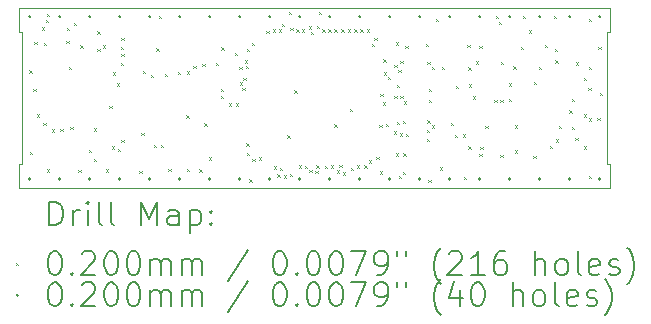
<source format=gbr>
%TF.GenerationSoftware,KiCad,Pcbnew,8.0.1-8.0.1-1~ubuntu22.04.1*%
%TF.CreationDate,2024-05-05T11:37:59-07:00*%
%TF.ProjectId,unic_gw1,756e6963-5f67-4773-912e-6b696361645f,1.0*%
%TF.SameCoordinates,Original*%
%TF.FileFunction,Drillmap*%
%TF.FilePolarity,Positive*%
%FSLAX45Y45*%
G04 Gerber Fmt 4.5, Leading zero omitted, Abs format (unit mm)*
G04 Created by KiCad (PCBNEW 8.0.1-8.0.1-1~ubuntu22.04.1) date 2024-05-05 11:37:59*
%MOMM*%
%LPD*%
G01*
G04 APERTURE LIST*
%ADD10C,0.100000*%
%ADD11C,0.200000*%
G04 APERTURE END LIST*
D10*
X8832150Y-5508000D02*
X3828350Y-5508000D01*
X8832150Y-5508000D02*
X8832150Y-5711200D01*
X3853750Y-6828800D02*
X3853750Y-5711200D01*
X3828350Y-5711200D02*
X3828350Y-5508000D01*
X3828350Y-7032000D02*
X3828350Y-6828800D01*
X3853750Y-5711200D02*
X3828350Y-5711200D01*
X8832150Y-5711200D02*
X8806750Y-5711200D01*
X8832150Y-7032000D02*
X8832150Y-6828800D01*
X3828350Y-6828800D02*
X3853750Y-6828800D01*
X8832150Y-7032000D02*
X3828350Y-7032000D01*
X8806750Y-6828800D02*
X8806750Y-5711200D01*
X8832150Y-6828800D02*
X8806750Y-6828800D01*
D11*
D10*
X3915963Y-6034787D02*
X3935963Y-6054787D01*
X3935963Y-6034787D02*
X3915963Y-6054787D01*
X3918750Y-6729000D02*
X3938750Y-6749000D01*
X3938750Y-6729000D02*
X3918750Y-6749000D01*
X3947750Y-6195000D02*
X3967750Y-6215000D01*
X3967750Y-6195000D02*
X3947750Y-6215000D01*
X3957750Y-5795876D02*
X3977750Y-5815876D01*
X3977750Y-5795876D02*
X3957750Y-5815876D01*
X3977750Y-6410000D02*
X3997750Y-6430000D01*
X3997750Y-6410000D02*
X3977750Y-6430000D01*
X4022750Y-5672000D02*
X4042750Y-5692000D01*
X4042750Y-5672000D02*
X4022750Y-5692000D01*
X4033859Y-6481109D02*
X4053859Y-6501109D01*
X4053859Y-6481109D02*
X4033859Y-6501109D01*
X4037750Y-5802550D02*
X4057750Y-5822550D01*
X4057750Y-5802550D02*
X4037750Y-5822550D01*
X4053088Y-5610338D02*
X4073088Y-5630338D01*
X4073088Y-5610338D02*
X4053088Y-5630338D01*
X4061750Y-5557000D02*
X4081750Y-5577000D01*
X4081750Y-5557000D02*
X4061750Y-5577000D01*
X4062750Y-6875000D02*
X4082750Y-6895000D01*
X4082750Y-6875000D02*
X4062750Y-6895000D01*
X4107750Y-6535000D02*
X4127750Y-6555000D01*
X4127750Y-6535000D02*
X4107750Y-6555000D01*
X4177750Y-6529950D02*
X4197750Y-6549950D01*
X4197750Y-6529950D02*
X4177750Y-6549950D01*
X4227750Y-5785000D02*
X4247750Y-5805000D01*
X4247750Y-5785000D02*
X4227750Y-5805000D01*
X4234697Y-5674013D02*
X4254697Y-5694013D01*
X4254697Y-5674013D02*
X4234697Y-5694013D01*
X4248199Y-6004049D02*
X4268199Y-6024049D01*
X4268199Y-6004049D02*
X4248199Y-6024049D01*
X4263612Y-6512793D02*
X4283612Y-6532793D01*
X4283612Y-6512793D02*
X4263612Y-6532793D01*
X4290750Y-5632999D02*
X4310750Y-5652999D01*
X4310750Y-5632999D02*
X4290750Y-5652999D01*
X4328750Y-6880000D02*
X4348750Y-6900000D01*
X4348750Y-6880000D02*
X4328750Y-6900000D01*
X4347750Y-5826050D02*
X4367750Y-5846050D01*
X4367750Y-5826050D02*
X4347750Y-5846050D01*
X4419750Y-6708000D02*
X4439750Y-6728000D01*
X4439750Y-6708000D02*
X4419750Y-6728000D01*
X4462200Y-6784000D02*
X4482200Y-6804000D01*
X4482200Y-6784000D02*
X4462200Y-6804000D01*
X4463118Y-6526921D02*
X4483118Y-6546921D01*
X4483118Y-6526921D02*
X4463118Y-6546921D01*
X4491450Y-5853600D02*
X4511450Y-5873600D01*
X4511450Y-5853600D02*
X4491450Y-5873600D01*
X4491700Y-5706517D02*
X4511700Y-5726517D01*
X4511700Y-5706517D02*
X4491700Y-5726517D01*
X4537750Y-5825000D02*
X4557750Y-5845000D01*
X4557750Y-5825000D02*
X4537750Y-5845000D01*
X4562750Y-6875000D02*
X4582750Y-6895000D01*
X4582750Y-6875000D02*
X4562750Y-6895000D01*
X4593050Y-6336200D02*
X4613050Y-6356200D01*
X4613050Y-6336200D02*
X4593050Y-6356200D01*
X4611844Y-6680906D02*
X4631844Y-6700906D01*
X4631844Y-6680906D02*
X4611844Y-6700906D01*
X4620624Y-6052126D02*
X4640624Y-6072126D01*
X4640624Y-6052126D02*
X4620624Y-6072126D01*
X4657750Y-6145000D02*
X4677750Y-6165000D01*
X4677750Y-6145000D02*
X4657750Y-6165000D01*
X4663483Y-6700732D02*
X4683483Y-6720732D01*
X4683483Y-6700732D02*
X4663483Y-6720732D01*
X4687750Y-5972000D02*
X4707750Y-5992000D01*
X4707750Y-5972000D02*
X4687750Y-5992000D01*
X4688750Y-5839000D02*
X4708750Y-5859000D01*
X4708750Y-5839000D02*
X4688750Y-5859000D01*
X4693250Y-5897500D02*
X4713250Y-5917500D01*
X4713250Y-5897500D02*
X4693250Y-5917500D01*
X4694200Y-5762000D02*
X4714200Y-5782000D01*
X4714200Y-5762000D02*
X4694200Y-5782000D01*
X4695200Y-6623000D02*
X4715200Y-6643000D01*
X4715200Y-6623000D02*
X4695200Y-6643000D01*
X4847750Y-6885000D02*
X4867750Y-6905000D01*
X4867750Y-6885000D02*
X4847750Y-6905000D01*
X4863300Y-6565000D02*
X4883300Y-6585000D01*
X4883300Y-6565000D02*
X4863300Y-6585000D01*
X4873750Y-6041000D02*
X4893750Y-6061000D01*
X4893750Y-6041000D02*
X4873750Y-6061000D01*
X4946488Y-6074950D02*
X4966488Y-6094950D01*
X4966488Y-6074950D02*
X4946488Y-6094950D01*
X4967750Y-6665577D02*
X4987750Y-6685577D01*
X4987750Y-6665577D02*
X4967750Y-6685577D01*
X4991200Y-5850354D02*
X5011200Y-5870354D01*
X5011200Y-5850354D02*
X4991200Y-5870354D01*
X5012750Y-5575146D02*
X5032750Y-5595146D01*
X5032750Y-5575146D02*
X5012750Y-5595146D01*
X5027320Y-6664570D02*
X5047320Y-6684570D01*
X5047320Y-6664570D02*
X5027320Y-6684570D01*
X5064143Y-6063607D02*
X5084143Y-6083607D01*
X5084143Y-6063607D02*
X5064143Y-6083607D01*
X5090750Y-6872000D02*
X5110750Y-6892000D01*
X5110750Y-6872000D02*
X5090750Y-6892000D01*
X5172750Y-6049000D02*
X5192750Y-6069000D01*
X5192750Y-6049000D02*
X5172750Y-6069000D01*
X5243750Y-6415902D02*
X5263750Y-6435902D01*
X5263750Y-6415902D02*
X5243750Y-6435902D01*
X5247750Y-6045000D02*
X5267750Y-6065000D01*
X5267750Y-6045000D02*
X5247750Y-6065000D01*
X5250634Y-6872001D02*
X5270634Y-6892001D01*
X5270634Y-6872001D02*
X5250634Y-6892001D01*
X5302750Y-6000000D02*
X5322750Y-6020000D01*
X5322750Y-6000000D02*
X5302750Y-6020000D01*
X5353750Y-6875000D02*
X5373750Y-6895000D01*
X5373750Y-6875000D02*
X5353750Y-6895000D01*
X5380450Y-5980600D02*
X5400450Y-6000600D01*
X5400450Y-5980600D02*
X5380450Y-6000600D01*
X5397750Y-6486000D02*
X5417750Y-6506000D01*
X5417750Y-6486000D02*
X5397750Y-6506000D01*
X5435750Y-6774050D02*
X5455750Y-6794050D01*
X5455750Y-6774050D02*
X5435750Y-6794050D01*
X5492836Y-5971159D02*
X5512836Y-5991159D01*
X5512836Y-5971159D02*
X5492836Y-5991159D01*
X5535751Y-6253001D02*
X5555751Y-6273001D01*
X5555751Y-6253001D02*
X5535751Y-6273001D01*
X5537750Y-6195000D02*
X5557750Y-6215000D01*
X5557750Y-6195000D02*
X5537750Y-6215000D01*
X5540800Y-5842710D02*
X5560800Y-5862710D01*
X5560800Y-5842710D02*
X5540800Y-5862710D01*
X5606750Y-6315000D02*
X5626750Y-6335000D01*
X5626750Y-6315000D02*
X5606750Y-6335000D01*
X5653750Y-5890000D02*
X5673750Y-5910000D01*
X5673750Y-5890000D02*
X5653750Y-5910000D01*
X5664750Y-6316000D02*
X5684750Y-6336000D01*
X5684750Y-6316000D02*
X5664750Y-6336000D01*
X5692750Y-6006000D02*
X5712750Y-6026000D01*
X5712750Y-6006000D02*
X5692750Y-6026000D01*
X5696352Y-6138530D02*
X5716352Y-6158530D01*
X5716352Y-6138530D02*
X5696352Y-6158530D01*
X5719800Y-6182786D02*
X5739800Y-6202786D01*
X5739800Y-6182786D02*
X5719800Y-6202786D01*
X5726312Y-6098562D02*
X5746312Y-6118562D01*
X5746312Y-6098562D02*
X5726312Y-6118562D01*
X5737371Y-5950998D02*
X5757371Y-5970998D01*
X5757371Y-5950998D02*
X5737371Y-5970998D01*
X5746538Y-6000100D02*
X5766538Y-6020100D01*
X5766538Y-6000100D02*
X5746538Y-6020100D01*
X5752700Y-6655050D02*
X5772700Y-6675050D01*
X5772700Y-6655050D02*
X5752700Y-6675050D01*
X5757700Y-5855050D02*
X5777700Y-5875050D01*
X5777700Y-5855050D02*
X5757700Y-5875050D01*
X5758750Y-6734000D02*
X5778750Y-6754000D01*
X5778750Y-6734000D02*
X5758750Y-6754000D01*
X5778750Y-6958500D02*
X5798750Y-6978500D01*
X5798750Y-6958500D02*
X5778750Y-6978500D01*
X5797806Y-5803630D02*
X5817806Y-5823630D01*
X5817806Y-5803630D02*
X5797806Y-5823630D01*
X5802392Y-6787135D02*
X5822392Y-6807135D01*
X5822392Y-6787135D02*
X5802392Y-6807135D01*
X5860750Y-6773000D02*
X5880750Y-6793000D01*
X5880750Y-6773000D02*
X5860750Y-6793000D01*
X5923049Y-5703950D02*
X5943049Y-5723950D01*
X5943049Y-5703950D02*
X5923049Y-5723950D01*
X5975350Y-5688500D02*
X5995350Y-5708500D01*
X5995350Y-5688500D02*
X5975350Y-5708500D01*
X5987007Y-6848532D02*
X6007007Y-6868532D01*
X6007007Y-6848532D02*
X5987007Y-6868532D01*
X6014200Y-6917000D02*
X6034200Y-6937000D01*
X6034200Y-6917000D02*
X6014200Y-6937000D01*
X6025300Y-5688500D02*
X6045300Y-5708500D01*
X6045300Y-5688500D02*
X6025300Y-5708500D01*
X6036215Y-6862465D02*
X6056215Y-6882465D01*
X6056215Y-6862465D02*
X6036215Y-6882465D01*
X6054128Y-5639973D02*
X6074128Y-5659973D01*
X6074128Y-5639973D02*
X6054128Y-5659973D01*
X6070887Y-6926718D02*
X6090887Y-6946718D01*
X6090887Y-6926718D02*
X6070887Y-6946718D01*
X6100750Y-6586000D02*
X6120750Y-6606000D01*
X6120750Y-6586000D02*
X6100750Y-6606000D01*
X6109750Y-5543000D02*
X6129750Y-5563000D01*
X6129750Y-5543000D02*
X6109750Y-5563000D01*
X6118300Y-6911000D02*
X6138300Y-6931000D01*
X6138300Y-6911000D02*
X6118300Y-6931000D01*
X6125750Y-5676000D02*
X6145750Y-5696000D01*
X6145750Y-5676000D02*
X6125750Y-5696000D01*
X6157750Y-6205000D02*
X6177750Y-6225000D01*
X6177750Y-6205000D02*
X6157750Y-6225000D01*
X6174999Y-5688500D02*
X6194999Y-5708500D01*
X6194999Y-5688500D02*
X6174999Y-5708500D01*
X6196750Y-6841000D02*
X6216750Y-6861000D01*
X6216750Y-6841000D02*
X6196750Y-6861000D01*
X6224949Y-5688500D02*
X6244949Y-5708500D01*
X6244949Y-5688500D02*
X6224949Y-5708500D01*
X6246442Y-6846071D02*
X6266442Y-6866071D01*
X6266442Y-6846071D02*
X6246442Y-6866071D01*
X6279618Y-5664510D02*
X6299618Y-5684510D01*
X6299618Y-5664510D02*
X6279618Y-5684510D01*
X6284618Y-6878283D02*
X6304618Y-6898283D01*
X6304618Y-6878283D02*
X6284618Y-6898283D01*
X6300250Y-5710000D02*
X6320250Y-5730000D01*
X6320250Y-5710000D02*
X6300250Y-5730000D01*
X6336896Y-6889486D02*
X6356896Y-6909486D01*
X6356896Y-6889486D02*
X6336896Y-6909486D01*
X6346234Y-6840417D02*
X6366234Y-6860417D01*
X6366234Y-6840417D02*
X6346234Y-6860417D01*
X6349972Y-5659795D02*
X6369972Y-5679795D01*
X6369972Y-5659795D02*
X6349972Y-5679795D01*
X6366750Y-5543000D02*
X6386750Y-5563000D01*
X6386750Y-5543000D02*
X6366750Y-5563000D01*
X6396450Y-5688500D02*
X6416450Y-5708500D01*
X6416450Y-5688500D02*
X6396450Y-5708500D01*
X6416135Y-6842762D02*
X6436135Y-6862762D01*
X6436135Y-6842762D02*
X6416135Y-6862762D01*
X6447250Y-5688500D02*
X6467250Y-5708500D01*
X6467250Y-5688500D02*
X6447250Y-5708500D01*
X6469750Y-6842050D02*
X6489750Y-6862050D01*
X6489750Y-6842050D02*
X6469750Y-6862050D01*
X6497750Y-6495000D02*
X6517750Y-6515000D01*
X6517750Y-6495000D02*
X6497750Y-6515000D01*
X6498900Y-5688500D02*
X6518900Y-5708500D01*
X6518900Y-5688500D02*
X6498900Y-5708500D01*
X6521204Y-6884329D02*
X6541204Y-6904329D01*
X6541204Y-6884329D02*
X6521204Y-6904329D01*
X6540876Y-6838415D02*
X6560876Y-6858415D01*
X6560876Y-6838415D02*
X6540876Y-6858415D01*
X6557750Y-5688499D02*
X6577750Y-5708499D01*
X6577750Y-5688499D02*
X6557750Y-5708499D01*
X6568426Y-6900612D02*
X6588426Y-6920612D01*
X6588426Y-6900612D02*
X6568426Y-6920612D01*
X6613750Y-5688499D02*
X6633750Y-5708499D01*
X6633750Y-5688499D02*
X6613750Y-5708499D01*
X6627750Y-6363000D02*
X6647750Y-6383000D01*
X6647750Y-6363000D02*
X6627750Y-6383000D01*
X6637581Y-6862002D02*
X6657581Y-6882002D01*
X6657581Y-6862002D02*
X6637581Y-6882002D01*
X6666750Y-5689000D02*
X6686750Y-5709000D01*
X6686750Y-5689000D02*
X6666750Y-5709000D01*
X6688550Y-6842050D02*
X6708550Y-6862050D01*
X6708550Y-6842050D02*
X6688550Y-6862050D01*
X6716700Y-5689000D02*
X6736700Y-5709000D01*
X6736700Y-5689000D02*
X6716700Y-5709000D01*
X6752050Y-6842050D02*
X6772050Y-6862050D01*
X6772050Y-6842050D02*
X6752050Y-6862050D01*
X6775410Y-5689087D02*
X6795410Y-5709087D01*
X6795410Y-5689087D02*
X6775410Y-5709087D01*
X6791953Y-6798950D02*
X6811953Y-6818950D01*
X6811953Y-6798950D02*
X6791953Y-6818950D01*
X6814750Y-5813000D02*
X6834750Y-5833000D01*
X6834750Y-5813000D02*
X6814750Y-5833000D01*
X6835750Y-5761000D02*
X6855750Y-5781000D01*
X6855750Y-5761000D02*
X6835750Y-5781000D01*
X6854750Y-6771000D02*
X6874750Y-6791000D01*
X6874750Y-6771000D02*
X6854750Y-6791000D01*
X6878751Y-6496050D02*
X6898751Y-6516050D01*
X6898751Y-6496050D02*
X6878751Y-6516050D01*
X6880339Y-6890999D02*
X6900339Y-6910999D01*
X6900339Y-6890999D02*
X6880339Y-6910999D01*
X6887750Y-6237392D02*
X6907750Y-6257392D01*
X6907750Y-6237392D02*
X6887750Y-6257392D01*
X6908522Y-6308244D02*
X6928522Y-6328244D01*
X6928522Y-6308244D02*
X6908522Y-6328244D01*
X6912352Y-5942101D02*
X6932352Y-5962101D01*
X6932352Y-5942101D02*
X6912352Y-5962101D01*
X6917963Y-6051906D02*
X6937963Y-6071906D01*
X6937963Y-6051906D02*
X6917963Y-6071906D01*
X6932986Y-6490236D02*
X6952986Y-6510236D01*
X6952986Y-6490236D02*
X6932986Y-6510236D01*
X6950980Y-6089388D02*
X6970980Y-6109388D01*
X6970980Y-6089388D02*
X6950980Y-6109388D01*
X7003546Y-6553545D02*
X7023546Y-6573545D01*
X7023546Y-6553545D02*
X7003546Y-6573545D01*
X7004530Y-6251780D02*
X7024530Y-6271780D01*
X7024530Y-6251780D02*
X7004530Y-6271780D01*
X7005750Y-5988950D02*
X7025750Y-6008950D01*
X7025750Y-5988950D02*
X7005750Y-6008950D01*
X7016750Y-6740050D02*
X7036750Y-6760050D01*
X7036750Y-6740050D02*
X7016750Y-6760050D01*
X7019750Y-5800000D02*
X7039750Y-5820000D01*
X7039750Y-5800000D02*
X7019750Y-5820000D01*
X7027750Y-6158854D02*
X7047750Y-6178854D01*
X7047750Y-6158854D02*
X7027750Y-6178854D01*
X7027750Y-6475000D02*
X7047750Y-6495000D01*
X7047750Y-6475000D02*
X7027750Y-6495000D01*
X7038909Y-6032450D02*
X7058909Y-6052450D01*
X7058909Y-6032450D02*
X7038909Y-6052450D01*
X7044750Y-6930000D02*
X7064750Y-6950000D01*
X7064750Y-6930000D02*
X7044750Y-6950000D01*
X7050750Y-6569881D02*
X7070750Y-6589881D01*
X7070750Y-6569881D02*
X7050750Y-6589881D01*
X7055750Y-5954000D02*
X7075750Y-5974000D01*
X7075750Y-5954000D02*
X7055750Y-5974000D01*
X7055788Y-6249950D02*
X7075788Y-6269950D01*
X7075788Y-6249950D02*
X7055788Y-6269950D01*
X7077750Y-6464050D02*
X7097750Y-6484050D01*
X7097750Y-6464050D02*
X7077750Y-6484050D01*
X7079563Y-6893760D02*
X7099563Y-6913760D01*
X7099563Y-6893760D02*
X7079563Y-6913760D01*
X7080695Y-6740050D02*
X7100695Y-6760050D01*
X7100695Y-6740050D02*
X7080695Y-6760050D01*
X7088001Y-6299950D02*
X7108001Y-6319950D01*
X7108001Y-6299950D02*
X7088001Y-6319950D01*
X7097537Y-5827213D02*
X7117537Y-5847213D01*
X7117537Y-5827213D02*
X7097537Y-5847213D01*
X7104287Y-6575463D02*
X7124287Y-6595463D01*
X7124287Y-6575463D02*
X7104287Y-6595463D01*
X7274750Y-5810000D02*
X7294750Y-5830000D01*
X7294750Y-5810000D02*
X7274750Y-5830000D01*
X7278250Y-6539500D02*
X7298250Y-6559500D01*
X7298250Y-6539500D02*
X7278250Y-6559500D01*
X7278750Y-6615000D02*
X7298750Y-6635000D01*
X7298750Y-6615000D02*
X7278750Y-6635000D01*
X7283750Y-6461000D02*
X7303750Y-6481000D01*
X7303750Y-6461000D02*
X7283750Y-6481000D01*
X7285250Y-5965500D02*
X7305250Y-5985500D01*
X7305250Y-5965500D02*
X7285250Y-5985500D01*
X7293750Y-6963000D02*
X7313750Y-6983000D01*
X7313750Y-6963000D02*
X7293750Y-6983000D01*
X7297750Y-6195000D02*
X7317750Y-6215000D01*
X7317750Y-6195000D02*
X7297750Y-6215000D01*
X7297750Y-6285950D02*
X7317750Y-6305950D01*
X7317750Y-6285950D02*
X7297750Y-6305950D01*
X7320750Y-6501000D02*
X7340750Y-6521000D01*
X7340750Y-6501000D02*
X7320750Y-6521000D01*
X7325750Y-6009000D02*
X7345750Y-6029000D01*
X7345750Y-6009000D02*
X7325750Y-6029000D01*
X7354750Y-5602000D02*
X7374750Y-5622000D01*
X7374750Y-5602000D02*
X7354750Y-5622000D01*
X7390750Y-6858000D02*
X7410750Y-6878000D01*
X7410750Y-6858000D02*
X7390750Y-6878000D01*
X7407750Y-6005000D02*
X7427750Y-6025000D01*
X7427750Y-6005000D02*
X7407750Y-6025000D01*
X7485750Y-6483000D02*
X7505750Y-6503000D01*
X7505750Y-6483000D02*
X7485750Y-6503000D01*
X7517750Y-6585000D02*
X7537750Y-6605000D01*
X7537750Y-6585000D02*
X7517750Y-6605000D01*
X7527750Y-6165000D02*
X7547750Y-6185000D01*
X7547750Y-6165000D02*
X7527750Y-6185000D01*
X7585750Y-6576998D02*
X7605750Y-6596998D01*
X7605750Y-6576998D02*
X7585750Y-6596998D01*
X7594750Y-6936000D02*
X7614750Y-6956000D01*
X7614750Y-6936000D02*
X7594750Y-6956000D01*
X7623105Y-5820355D02*
X7643105Y-5840355D01*
X7643105Y-5820355D02*
X7623105Y-5840355D01*
X7631750Y-6680000D02*
X7651750Y-6700000D01*
X7651750Y-6680000D02*
X7631750Y-6700000D01*
X7632750Y-6010000D02*
X7652750Y-6030000D01*
X7652750Y-6010000D02*
X7632750Y-6030000D01*
X7637750Y-6155000D02*
X7657750Y-6175000D01*
X7657750Y-6155000D02*
X7637750Y-6175000D01*
X7667750Y-6255000D02*
X7687750Y-6275000D01*
X7687750Y-6255000D02*
X7667750Y-6275000D01*
X7693238Y-5961062D02*
X7713238Y-5981062D01*
X7713238Y-5961062D02*
X7693238Y-5981062D01*
X7724750Y-5831000D02*
X7744750Y-5851000D01*
X7744750Y-5831000D02*
X7724750Y-5851000D01*
X7725750Y-6742000D02*
X7745750Y-6762000D01*
X7745750Y-6742000D02*
X7725750Y-6762000D01*
X7732250Y-6682500D02*
X7752250Y-6702500D01*
X7752250Y-6682500D02*
X7732250Y-6702500D01*
X7774750Y-6507098D02*
X7794750Y-6527098D01*
X7794750Y-6507098D02*
X7774750Y-6527098D01*
X7852750Y-6284498D02*
X7872750Y-6304498D01*
X7872750Y-6284498D02*
X7852750Y-6304498D01*
X7867250Y-5573000D02*
X7887250Y-5593000D01*
X7887250Y-5573000D02*
X7867250Y-5593000D01*
X7887750Y-5625000D02*
X7907750Y-5645000D01*
X7907750Y-5625000D02*
X7887750Y-5645000D01*
X7902211Y-6750223D02*
X7922211Y-6770223D01*
X7922211Y-6750223D02*
X7902211Y-6770223D01*
X7902750Y-6284498D02*
X7922750Y-6304498D01*
X7922750Y-6284498D02*
X7902750Y-6304498D01*
X7908250Y-5964500D02*
X7928250Y-5984500D01*
X7928250Y-5964500D02*
X7908250Y-5984500D01*
X7977750Y-6145000D02*
X7997750Y-6165000D01*
X7997750Y-6145000D02*
X7977750Y-6165000D01*
X7977750Y-6275000D02*
X7997750Y-6295000D01*
X7997750Y-6275000D02*
X7977750Y-6295000D01*
X8013750Y-6001000D02*
X8033750Y-6021000D01*
X8033750Y-6001000D02*
X8013750Y-6021000D01*
X8025750Y-6503000D02*
X8045750Y-6523000D01*
X8045750Y-6503000D02*
X8025750Y-6523000D01*
X8025750Y-6714950D02*
X8045750Y-6734950D01*
X8045750Y-6714950D02*
X8025750Y-6734950D01*
X8077750Y-5835000D02*
X8097750Y-5855000D01*
X8097750Y-5835000D02*
X8077750Y-5855000D01*
X8092750Y-5576000D02*
X8112750Y-5596000D01*
X8112750Y-5576000D02*
X8092750Y-5596000D01*
X8145231Y-5698101D02*
X8165231Y-5718101D01*
X8165231Y-5698101D02*
X8145231Y-5718101D01*
X8182750Y-6758241D02*
X8202750Y-6778241D01*
X8202750Y-6758241D02*
X8182750Y-6778241D01*
X8187750Y-6135000D02*
X8207750Y-6155000D01*
X8207750Y-6135000D02*
X8187750Y-6155000D01*
X8227750Y-6005000D02*
X8247750Y-6025000D01*
X8247750Y-6005000D02*
X8227750Y-6025000D01*
X8280750Y-5822000D02*
X8300750Y-5842000D01*
X8300750Y-5822000D02*
X8280750Y-5842000D01*
X8321750Y-6674000D02*
X8341750Y-6694000D01*
X8341750Y-6674000D02*
X8321750Y-6694000D01*
X8357750Y-5577000D02*
X8377750Y-5597000D01*
X8377750Y-5577000D02*
X8357750Y-5597000D01*
X8364750Y-5852000D02*
X8384750Y-5872000D01*
X8384750Y-5852000D02*
X8364750Y-5872000D01*
X8367750Y-5951000D02*
X8387750Y-5971000D01*
X8387750Y-5951000D02*
X8367750Y-5971000D01*
X8371200Y-6622000D02*
X8391200Y-6642000D01*
X8391200Y-6622000D02*
X8371200Y-6642000D01*
X8399750Y-6507000D02*
X8419750Y-6527000D01*
X8419750Y-6507000D02*
X8399750Y-6527000D01*
X8487750Y-6374050D02*
X8507750Y-6394050D01*
X8507750Y-6374050D02*
X8487750Y-6394050D01*
X8507750Y-6275000D02*
X8527750Y-6295000D01*
X8527750Y-6275000D02*
X8507750Y-6295000D01*
X8509750Y-6516000D02*
X8529750Y-6536000D01*
X8529750Y-6516000D02*
X8509750Y-6536000D01*
X8538750Y-6606000D02*
X8558750Y-6626000D01*
X8558750Y-6606000D02*
X8538750Y-6626000D01*
X8542250Y-5968500D02*
X8562250Y-5988500D01*
X8562250Y-5968500D02*
X8542250Y-5988500D01*
X8607750Y-6099500D02*
X8627750Y-6119500D01*
X8627750Y-6099500D02*
X8607750Y-6119500D01*
X8611084Y-6681000D02*
X8631084Y-6701000D01*
X8631084Y-6681000D02*
X8611084Y-6701000D01*
X8612750Y-6409050D02*
X8632750Y-6429050D01*
X8632750Y-6409050D02*
X8612750Y-6429050D01*
X8647750Y-6185000D02*
X8667750Y-6205000D01*
X8667750Y-6185000D02*
X8647750Y-6205000D01*
X8650750Y-6004000D02*
X8670750Y-6024000D01*
X8670750Y-6004000D02*
X8650750Y-6024000D01*
X8651750Y-5598000D02*
X8671750Y-5618000D01*
X8671750Y-5598000D02*
X8651750Y-5618000D01*
X8653750Y-6929000D02*
X8673750Y-6949000D01*
X8673750Y-6929000D02*
X8653750Y-6949000D01*
X8654750Y-6444000D02*
X8674750Y-6464000D01*
X8674750Y-6444000D02*
X8654750Y-6464000D01*
X8724800Y-6440000D02*
X8744800Y-6460000D01*
X8744800Y-6440000D02*
X8724800Y-6460000D01*
X8731750Y-5840000D02*
X8751750Y-5860000D01*
X8751750Y-5840000D02*
X8731750Y-5860000D01*
X8743750Y-6229000D02*
X8763750Y-6249000D01*
X8763750Y-6229000D02*
X8743750Y-6249000D01*
X3927250Y-5583000D02*
G75*
G02*
X3907250Y-5583000I-10000J0D01*
G01*
X3907250Y-5583000D02*
G75*
G02*
X3927250Y-5583000I10000J0D01*
G01*
X3927250Y-6957000D02*
G75*
G02*
X3907250Y-6957000I-10000J0D01*
G01*
X3907250Y-6957000D02*
G75*
G02*
X3927250Y-6957000I10000J0D01*
G01*
X4181250Y-5583000D02*
G75*
G02*
X4161250Y-5583000I-10000J0D01*
G01*
X4161250Y-5583000D02*
G75*
G02*
X4181250Y-5583000I10000J0D01*
G01*
X4181250Y-6957000D02*
G75*
G02*
X4161250Y-6957000I-10000J0D01*
G01*
X4161250Y-6957000D02*
G75*
G02*
X4181250Y-6957000I10000J0D01*
G01*
X4435250Y-5583000D02*
G75*
G02*
X4415250Y-5583000I-10000J0D01*
G01*
X4415250Y-5583000D02*
G75*
G02*
X4435250Y-5583000I10000J0D01*
G01*
X4435250Y-6957000D02*
G75*
G02*
X4415250Y-6957000I-10000J0D01*
G01*
X4415250Y-6957000D02*
G75*
G02*
X4435250Y-6957000I10000J0D01*
G01*
X4689250Y-5583000D02*
G75*
G02*
X4669250Y-5583000I-10000J0D01*
G01*
X4669250Y-5583000D02*
G75*
G02*
X4689250Y-5583000I10000J0D01*
G01*
X4689250Y-6957000D02*
G75*
G02*
X4669250Y-6957000I-10000J0D01*
G01*
X4669250Y-6957000D02*
G75*
G02*
X4689250Y-6957000I10000J0D01*
G01*
X4943250Y-5583000D02*
G75*
G02*
X4923250Y-5583000I-10000J0D01*
G01*
X4923250Y-5583000D02*
G75*
G02*
X4943250Y-5583000I10000J0D01*
G01*
X4943250Y-6957000D02*
G75*
G02*
X4923250Y-6957000I-10000J0D01*
G01*
X4923250Y-6957000D02*
G75*
G02*
X4943250Y-6957000I10000J0D01*
G01*
X5197250Y-5583000D02*
G75*
G02*
X5177250Y-5583000I-10000J0D01*
G01*
X5177250Y-5583000D02*
G75*
G02*
X5197250Y-5583000I10000J0D01*
G01*
X5197250Y-6957000D02*
G75*
G02*
X5177250Y-6957000I-10000J0D01*
G01*
X5177250Y-6957000D02*
G75*
G02*
X5197250Y-6957000I10000J0D01*
G01*
X5451250Y-5583000D02*
G75*
G02*
X5431250Y-5583000I-10000J0D01*
G01*
X5431250Y-5583000D02*
G75*
G02*
X5451250Y-5583000I10000J0D01*
G01*
X5451250Y-6957000D02*
G75*
G02*
X5431250Y-6957000I-10000J0D01*
G01*
X5431250Y-6957000D02*
G75*
G02*
X5451250Y-6957000I10000J0D01*
G01*
X5705250Y-5583000D02*
G75*
G02*
X5685250Y-5583000I-10000J0D01*
G01*
X5685250Y-5583000D02*
G75*
G02*
X5705250Y-5583000I10000J0D01*
G01*
X5705250Y-6957000D02*
G75*
G02*
X5685250Y-6957000I-10000J0D01*
G01*
X5685250Y-6957000D02*
G75*
G02*
X5705250Y-6957000I10000J0D01*
G01*
X5959250Y-5583000D02*
G75*
G02*
X5939250Y-5583000I-10000J0D01*
G01*
X5939250Y-5583000D02*
G75*
G02*
X5959250Y-5583000I10000J0D01*
G01*
X5959250Y-6957000D02*
G75*
G02*
X5939250Y-6957000I-10000J0D01*
G01*
X5939250Y-6957000D02*
G75*
G02*
X5959250Y-6957000I10000J0D01*
G01*
X6213250Y-5583000D02*
G75*
G02*
X6193250Y-5583000I-10000J0D01*
G01*
X6193250Y-5583000D02*
G75*
G02*
X6213250Y-5583000I10000J0D01*
G01*
X6213250Y-6957000D02*
G75*
G02*
X6193250Y-6957000I-10000J0D01*
G01*
X6193250Y-6957000D02*
G75*
G02*
X6213250Y-6957000I10000J0D01*
G01*
X6467250Y-5583000D02*
G75*
G02*
X6447250Y-5583000I-10000J0D01*
G01*
X6447250Y-5583000D02*
G75*
G02*
X6467250Y-5583000I10000J0D01*
G01*
X6467250Y-6957000D02*
G75*
G02*
X6447250Y-6957000I-10000J0D01*
G01*
X6447250Y-6957000D02*
G75*
G02*
X6467250Y-6957000I10000J0D01*
G01*
X6721250Y-5583000D02*
G75*
G02*
X6701250Y-5583000I-10000J0D01*
G01*
X6701250Y-5583000D02*
G75*
G02*
X6721250Y-5583000I10000J0D01*
G01*
X6721250Y-6957000D02*
G75*
G02*
X6701250Y-6957000I-10000J0D01*
G01*
X6701250Y-6957000D02*
G75*
G02*
X6721250Y-6957000I10000J0D01*
G01*
X6975250Y-5583000D02*
G75*
G02*
X6955250Y-5583000I-10000J0D01*
G01*
X6955250Y-5583000D02*
G75*
G02*
X6975250Y-5583000I10000J0D01*
G01*
X6975250Y-6957000D02*
G75*
G02*
X6955250Y-6957000I-10000J0D01*
G01*
X6955250Y-6957000D02*
G75*
G02*
X6975250Y-6957000I10000J0D01*
G01*
X7229250Y-5583000D02*
G75*
G02*
X7209250Y-5583000I-10000J0D01*
G01*
X7209250Y-5583000D02*
G75*
G02*
X7229250Y-5583000I10000J0D01*
G01*
X7229250Y-6957000D02*
G75*
G02*
X7209250Y-6957000I-10000J0D01*
G01*
X7209250Y-6957000D02*
G75*
G02*
X7229250Y-6957000I10000J0D01*
G01*
X7483250Y-5583000D02*
G75*
G02*
X7463250Y-5583000I-10000J0D01*
G01*
X7463250Y-5583000D02*
G75*
G02*
X7483250Y-5583000I10000J0D01*
G01*
X7483250Y-6957000D02*
G75*
G02*
X7463250Y-6957000I-10000J0D01*
G01*
X7463250Y-6957000D02*
G75*
G02*
X7483250Y-6957000I10000J0D01*
G01*
X7737250Y-5583000D02*
G75*
G02*
X7717250Y-5583000I-10000J0D01*
G01*
X7717250Y-5583000D02*
G75*
G02*
X7737250Y-5583000I10000J0D01*
G01*
X7737250Y-6957000D02*
G75*
G02*
X7717250Y-6957000I-10000J0D01*
G01*
X7717250Y-6957000D02*
G75*
G02*
X7737250Y-6957000I10000J0D01*
G01*
X7991250Y-5583000D02*
G75*
G02*
X7971250Y-5583000I-10000J0D01*
G01*
X7971250Y-5583000D02*
G75*
G02*
X7991250Y-5583000I10000J0D01*
G01*
X7991250Y-6957000D02*
G75*
G02*
X7971250Y-6957000I-10000J0D01*
G01*
X7971250Y-6957000D02*
G75*
G02*
X7991250Y-6957000I10000J0D01*
G01*
X8245250Y-5583000D02*
G75*
G02*
X8225250Y-5583000I-10000J0D01*
G01*
X8225250Y-5583000D02*
G75*
G02*
X8245250Y-5583000I10000J0D01*
G01*
X8245250Y-6957000D02*
G75*
G02*
X8225250Y-6957000I-10000J0D01*
G01*
X8225250Y-6957000D02*
G75*
G02*
X8245250Y-6957000I10000J0D01*
G01*
X8499250Y-5583000D02*
G75*
G02*
X8479250Y-5583000I-10000J0D01*
G01*
X8479250Y-5583000D02*
G75*
G02*
X8499250Y-5583000I10000J0D01*
G01*
X8499250Y-6957000D02*
G75*
G02*
X8479250Y-6957000I-10000J0D01*
G01*
X8479250Y-6957000D02*
G75*
G02*
X8499250Y-6957000I10000J0D01*
G01*
X8753250Y-5583000D02*
G75*
G02*
X8733250Y-5583000I-10000J0D01*
G01*
X8733250Y-5583000D02*
G75*
G02*
X8753250Y-5583000I10000J0D01*
G01*
X8753250Y-6957000D02*
G75*
G02*
X8733250Y-6957000I-10000J0D01*
G01*
X8733250Y-6957000D02*
G75*
G02*
X8753250Y-6957000I10000J0D01*
G01*
D11*
X4084127Y-7348484D02*
X4084127Y-7148484D01*
X4084127Y-7148484D02*
X4131746Y-7148484D01*
X4131746Y-7148484D02*
X4160317Y-7158008D01*
X4160317Y-7158008D02*
X4179365Y-7177055D01*
X4179365Y-7177055D02*
X4188889Y-7196103D01*
X4188889Y-7196103D02*
X4198413Y-7234198D01*
X4198413Y-7234198D02*
X4198413Y-7262769D01*
X4198413Y-7262769D02*
X4188889Y-7300865D01*
X4188889Y-7300865D02*
X4179365Y-7319912D01*
X4179365Y-7319912D02*
X4160317Y-7338960D01*
X4160317Y-7338960D02*
X4131746Y-7348484D01*
X4131746Y-7348484D02*
X4084127Y-7348484D01*
X4284127Y-7348484D02*
X4284127Y-7215150D01*
X4284127Y-7253246D02*
X4293651Y-7234198D01*
X4293651Y-7234198D02*
X4303174Y-7224674D01*
X4303174Y-7224674D02*
X4322222Y-7215150D01*
X4322222Y-7215150D02*
X4341270Y-7215150D01*
X4407936Y-7348484D02*
X4407936Y-7215150D01*
X4407936Y-7148484D02*
X4398413Y-7158008D01*
X4398413Y-7158008D02*
X4407936Y-7167531D01*
X4407936Y-7167531D02*
X4417460Y-7158008D01*
X4417460Y-7158008D02*
X4407936Y-7148484D01*
X4407936Y-7148484D02*
X4407936Y-7167531D01*
X4531746Y-7348484D02*
X4512698Y-7338960D01*
X4512698Y-7338960D02*
X4503174Y-7319912D01*
X4503174Y-7319912D02*
X4503174Y-7148484D01*
X4636508Y-7348484D02*
X4617460Y-7338960D01*
X4617460Y-7338960D02*
X4607936Y-7319912D01*
X4607936Y-7319912D02*
X4607936Y-7148484D01*
X4865079Y-7348484D02*
X4865079Y-7148484D01*
X4865079Y-7148484D02*
X4931746Y-7291341D01*
X4931746Y-7291341D02*
X4998413Y-7148484D01*
X4998413Y-7148484D02*
X4998413Y-7348484D01*
X5179365Y-7348484D02*
X5179365Y-7243722D01*
X5179365Y-7243722D02*
X5169841Y-7224674D01*
X5169841Y-7224674D02*
X5150794Y-7215150D01*
X5150794Y-7215150D02*
X5112698Y-7215150D01*
X5112698Y-7215150D02*
X5093651Y-7224674D01*
X5179365Y-7338960D02*
X5160317Y-7348484D01*
X5160317Y-7348484D02*
X5112698Y-7348484D01*
X5112698Y-7348484D02*
X5093651Y-7338960D01*
X5093651Y-7338960D02*
X5084127Y-7319912D01*
X5084127Y-7319912D02*
X5084127Y-7300865D01*
X5084127Y-7300865D02*
X5093651Y-7281817D01*
X5093651Y-7281817D02*
X5112698Y-7272293D01*
X5112698Y-7272293D02*
X5160317Y-7272293D01*
X5160317Y-7272293D02*
X5179365Y-7262769D01*
X5274603Y-7215150D02*
X5274603Y-7415150D01*
X5274603Y-7224674D02*
X5293651Y-7215150D01*
X5293651Y-7215150D02*
X5331746Y-7215150D01*
X5331746Y-7215150D02*
X5350794Y-7224674D01*
X5350794Y-7224674D02*
X5360317Y-7234198D01*
X5360317Y-7234198D02*
X5369841Y-7253246D01*
X5369841Y-7253246D02*
X5369841Y-7310388D01*
X5369841Y-7310388D02*
X5360317Y-7329436D01*
X5360317Y-7329436D02*
X5350794Y-7338960D01*
X5350794Y-7338960D02*
X5331746Y-7348484D01*
X5331746Y-7348484D02*
X5293651Y-7348484D01*
X5293651Y-7348484D02*
X5274603Y-7338960D01*
X5455555Y-7329436D02*
X5465079Y-7338960D01*
X5465079Y-7338960D02*
X5455555Y-7348484D01*
X5455555Y-7348484D02*
X5446032Y-7338960D01*
X5446032Y-7338960D02*
X5455555Y-7329436D01*
X5455555Y-7329436D02*
X5455555Y-7348484D01*
X5455555Y-7224674D02*
X5465079Y-7234198D01*
X5465079Y-7234198D02*
X5455555Y-7243722D01*
X5455555Y-7243722D02*
X5446032Y-7234198D01*
X5446032Y-7234198D02*
X5455555Y-7224674D01*
X5455555Y-7224674D02*
X5455555Y-7243722D01*
D10*
X3803350Y-7667000D02*
X3823350Y-7687000D01*
X3823350Y-7667000D02*
X3803350Y-7687000D01*
D11*
X4122222Y-7568484D02*
X4141270Y-7568484D01*
X4141270Y-7568484D02*
X4160317Y-7578008D01*
X4160317Y-7578008D02*
X4169841Y-7587531D01*
X4169841Y-7587531D02*
X4179365Y-7606579D01*
X4179365Y-7606579D02*
X4188889Y-7644674D01*
X4188889Y-7644674D02*
X4188889Y-7692293D01*
X4188889Y-7692293D02*
X4179365Y-7730388D01*
X4179365Y-7730388D02*
X4169841Y-7749436D01*
X4169841Y-7749436D02*
X4160317Y-7758960D01*
X4160317Y-7758960D02*
X4141270Y-7768484D01*
X4141270Y-7768484D02*
X4122222Y-7768484D01*
X4122222Y-7768484D02*
X4103174Y-7758960D01*
X4103174Y-7758960D02*
X4093651Y-7749436D01*
X4093651Y-7749436D02*
X4084127Y-7730388D01*
X4084127Y-7730388D02*
X4074603Y-7692293D01*
X4074603Y-7692293D02*
X4074603Y-7644674D01*
X4074603Y-7644674D02*
X4084127Y-7606579D01*
X4084127Y-7606579D02*
X4093651Y-7587531D01*
X4093651Y-7587531D02*
X4103174Y-7578008D01*
X4103174Y-7578008D02*
X4122222Y-7568484D01*
X4274603Y-7749436D02*
X4284127Y-7758960D01*
X4284127Y-7758960D02*
X4274603Y-7768484D01*
X4274603Y-7768484D02*
X4265079Y-7758960D01*
X4265079Y-7758960D02*
X4274603Y-7749436D01*
X4274603Y-7749436D02*
X4274603Y-7768484D01*
X4360317Y-7587531D02*
X4369841Y-7578008D01*
X4369841Y-7578008D02*
X4388889Y-7568484D01*
X4388889Y-7568484D02*
X4436508Y-7568484D01*
X4436508Y-7568484D02*
X4455555Y-7578008D01*
X4455555Y-7578008D02*
X4465079Y-7587531D01*
X4465079Y-7587531D02*
X4474603Y-7606579D01*
X4474603Y-7606579D02*
X4474603Y-7625627D01*
X4474603Y-7625627D02*
X4465079Y-7654198D01*
X4465079Y-7654198D02*
X4350794Y-7768484D01*
X4350794Y-7768484D02*
X4474603Y-7768484D01*
X4598413Y-7568484D02*
X4617460Y-7568484D01*
X4617460Y-7568484D02*
X4636508Y-7578008D01*
X4636508Y-7578008D02*
X4646032Y-7587531D01*
X4646032Y-7587531D02*
X4655555Y-7606579D01*
X4655555Y-7606579D02*
X4665079Y-7644674D01*
X4665079Y-7644674D02*
X4665079Y-7692293D01*
X4665079Y-7692293D02*
X4655555Y-7730388D01*
X4655555Y-7730388D02*
X4646032Y-7749436D01*
X4646032Y-7749436D02*
X4636508Y-7758960D01*
X4636508Y-7758960D02*
X4617460Y-7768484D01*
X4617460Y-7768484D02*
X4598413Y-7768484D01*
X4598413Y-7768484D02*
X4579365Y-7758960D01*
X4579365Y-7758960D02*
X4569841Y-7749436D01*
X4569841Y-7749436D02*
X4560317Y-7730388D01*
X4560317Y-7730388D02*
X4550794Y-7692293D01*
X4550794Y-7692293D02*
X4550794Y-7644674D01*
X4550794Y-7644674D02*
X4560317Y-7606579D01*
X4560317Y-7606579D02*
X4569841Y-7587531D01*
X4569841Y-7587531D02*
X4579365Y-7578008D01*
X4579365Y-7578008D02*
X4598413Y-7568484D01*
X4788889Y-7568484D02*
X4807936Y-7568484D01*
X4807936Y-7568484D02*
X4826984Y-7578008D01*
X4826984Y-7578008D02*
X4836508Y-7587531D01*
X4836508Y-7587531D02*
X4846032Y-7606579D01*
X4846032Y-7606579D02*
X4855555Y-7644674D01*
X4855555Y-7644674D02*
X4855555Y-7692293D01*
X4855555Y-7692293D02*
X4846032Y-7730388D01*
X4846032Y-7730388D02*
X4836508Y-7749436D01*
X4836508Y-7749436D02*
X4826984Y-7758960D01*
X4826984Y-7758960D02*
X4807936Y-7768484D01*
X4807936Y-7768484D02*
X4788889Y-7768484D01*
X4788889Y-7768484D02*
X4769841Y-7758960D01*
X4769841Y-7758960D02*
X4760317Y-7749436D01*
X4760317Y-7749436D02*
X4750794Y-7730388D01*
X4750794Y-7730388D02*
X4741270Y-7692293D01*
X4741270Y-7692293D02*
X4741270Y-7644674D01*
X4741270Y-7644674D02*
X4750794Y-7606579D01*
X4750794Y-7606579D02*
X4760317Y-7587531D01*
X4760317Y-7587531D02*
X4769841Y-7578008D01*
X4769841Y-7578008D02*
X4788889Y-7568484D01*
X4941270Y-7768484D02*
X4941270Y-7635150D01*
X4941270Y-7654198D02*
X4950794Y-7644674D01*
X4950794Y-7644674D02*
X4969841Y-7635150D01*
X4969841Y-7635150D02*
X4998413Y-7635150D01*
X4998413Y-7635150D02*
X5017460Y-7644674D01*
X5017460Y-7644674D02*
X5026984Y-7663722D01*
X5026984Y-7663722D02*
X5026984Y-7768484D01*
X5026984Y-7663722D02*
X5036508Y-7644674D01*
X5036508Y-7644674D02*
X5055555Y-7635150D01*
X5055555Y-7635150D02*
X5084127Y-7635150D01*
X5084127Y-7635150D02*
X5103175Y-7644674D01*
X5103175Y-7644674D02*
X5112698Y-7663722D01*
X5112698Y-7663722D02*
X5112698Y-7768484D01*
X5207936Y-7768484D02*
X5207936Y-7635150D01*
X5207936Y-7654198D02*
X5217460Y-7644674D01*
X5217460Y-7644674D02*
X5236508Y-7635150D01*
X5236508Y-7635150D02*
X5265079Y-7635150D01*
X5265079Y-7635150D02*
X5284127Y-7644674D01*
X5284127Y-7644674D02*
X5293651Y-7663722D01*
X5293651Y-7663722D02*
X5293651Y-7768484D01*
X5293651Y-7663722D02*
X5303175Y-7644674D01*
X5303175Y-7644674D02*
X5322222Y-7635150D01*
X5322222Y-7635150D02*
X5350794Y-7635150D01*
X5350794Y-7635150D02*
X5369841Y-7644674D01*
X5369841Y-7644674D02*
X5379365Y-7663722D01*
X5379365Y-7663722D02*
X5379365Y-7768484D01*
X5769841Y-7558960D02*
X5598413Y-7816103D01*
X6026984Y-7568484D02*
X6046032Y-7568484D01*
X6046032Y-7568484D02*
X6065079Y-7578008D01*
X6065079Y-7578008D02*
X6074603Y-7587531D01*
X6074603Y-7587531D02*
X6084127Y-7606579D01*
X6084127Y-7606579D02*
X6093651Y-7644674D01*
X6093651Y-7644674D02*
X6093651Y-7692293D01*
X6093651Y-7692293D02*
X6084127Y-7730388D01*
X6084127Y-7730388D02*
X6074603Y-7749436D01*
X6074603Y-7749436D02*
X6065079Y-7758960D01*
X6065079Y-7758960D02*
X6046032Y-7768484D01*
X6046032Y-7768484D02*
X6026984Y-7768484D01*
X6026984Y-7768484D02*
X6007936Y-7758960D01*
X6007936Y-7758960D02*
X5998413Y-7749436D01*
X5998413Y-7749436D02*
X5988889Y-7730388D01*
X5988889Y-7730388D02*
X5979365Y-7692293D01*
X5979365Y-7692293D02*
X5979365Y-7644674D01*
X5979365Y-7644674D02*
X5988889Y-7606579D01*
X5988889Y-7606579D02*
X5998413Y-7587531D01*
X5998413Y-7587531D02*
X6007936Y-7578008D01*
X6007936Y-7578008D02*
X6026984Y-7568484D01*
X6179365Y-7749436D02*
X6188889Y-7758960D01*
X6188889Y-7758960D02*
X6179365Y-7768484D01*
X6179365Y-7768484D02*
X6169841Y-7758960D01*
X6169841Y-7758960D02*
X6179365Y-7749436D01*
X6179365Y-7749436D02*
X6179365Y-7768484D01*
X6312698Y-7568484D02*
X6331746Y-7568484D01*
X6331746Y-7568484D02*
X6350794Y-7578008D01*
X6350794Y-7578008D02*
X6360317Y-7587531D01*
X6360317Y-7587531D02*
X6369841Y-7606579D01*
X6369841Y-7606579D02*
X6379365Y-7644674D01*
X6379365Y-7644674D02*
X6379365Y-7692293D01*
X6379365Y-7692293D02*
X6369841Y-7730388D01*
X6369841Y-7730388D02*
X6360317Y-7749436D01*
X6360317Y-7749436D02*
X6350794Y-7758960D01*
X6350794Y-7758960D02*
X6331746Y-7768484D01*
X6331746Y-7768484D02*
X6312698Y-7768484D01*
X6312698Y-7768484D02*
X6293651Y-7758960D01*
X6293651Y-7758960D02*
X6284127Y-7749436D01*
X6284127Y-7749436D02*
X6274603Y-7730388D01*
X6274603Y-7730388D02*
X6265079Y-7692293D01*
X6265079Y-7692293D02*
X6265079Y-7644674D01*
X6265079Y-7644674D02*
X6274603Y-7606579D01*
X6274603Y-7606579D02*
X6284127Y-7587531D01*
X6284127Y-7587531D02*
X6293651Y-7578008D01*
X6293651Y-7578008D02*
X6312698Y-7568484D01*
X6503175Y-7568484D02*
X6522222Y-7568484D01*
X6522222Y-7568484D02*
X6541270Y-7578008D01*
X6541270Y-7578008D02*
X6550794Y-7587531D01*
X6550794Y-7587531D02*
X6560317Y-7606579D01*
X6560317Y-7606579D02*
X6569841Y-7644674D01*
X6569841Y-7644674D02*
X6569841Y-7692293D01*
X6569841Y-7692293D02*
X6560317Y-7730388D01*
X6560317Y-7730388D02*
X6550794Y-7749436D01*
X6550794Y-7749436D02*
X6541270Y-7758960D01*
X6541270Y-7758960D02*
X6522222Y-7768484D01*
X6522222Y-7768484D02*
X6503175Y-7768484D01*
X6503175Y-7768484D02*
X6484127Y-7758960D01*
X6484127Y-7758960D02*
X6474603Y-7749436D01*
X6474603Y-7749436D02*
X6465079Y-7730388D01*
X6465079Y-7730388D02*
X6455556Y-7692293D01*
X6455556Y-7692293D02*
X6455556Y-7644674D01*
X6455556Y-7644674D02*
X6465079Y-7606579D01*
X6465079Y-7606579D02*
X6474603Y-7587531D01*
X6474603Y-7587531D02*
X6484127Y-7578008D01*
X6484127Y-7578008D02*
X6503175Y-7568484D01*
X6636508Y-7568484D02*
X6769841Y-7568484D01*
X6769841Y-7568484D02*
X6684127Y-7768484D01*
X6855556Y-7768484D02*
X6893651Y-7768484D01*
X6893651Y-7768484D02*
X6912698Y-7758960D01*
X6912698Y-7758960D02*
X6922222Y-7749436D01*
X6922222Y-7749436D02*
X6941270Y-7720865D01*
X6941270Y-7720865D02*
X6950794Y-7682769D01*
X6950794Y-7682769D02*
X6950794Y-7606579D01*
X6950794Y-7606579D02*
X6941270Y-7587531D01*
X6941270Y-7587531D02*
X6931746Y-7578008D01*
X6931746Y-7578008D02*
X6912698Y-7568484D01*
X6912698Y-7568484D02*
X6874603Y-7568484D01*
X6874603Y-7568484D02*
X6855556Y-7578008D01*
X6855556Y-7578008D02*
X6846032Y-7587531D01*
X6846032Y-7587531D02*
X6836508Y-7606579D01*
X6836508Y-7606579D02*
X6836508Y-7654198D01*
X6836508Y-7654198D02*
X6846032Y-7673246D01*
X6846032Y-7673246D02*
X6855556Y-7682769D01*
X6855556Y-7682769D02*
X6874603Y-7692293D01*
X6874603Y-7692293D02*
X6912698Y-7692293D01*
X6912698Y-7692293D02*
X6931746Y-7682769D01*
X6931746Y-7682769D02*
X6941270Y-7673246D01*
X6941270Y-7673246D02*
X6950794Y-7654198D01*
X7026984Y-7568484D02*
X7026984Y-7606579D01*
X7103175Y-7568484D02*
X7103175Y-7606579D01*
X7398413Y-7844674D02*
X7388889Y-7835150D01*
X7388889Y-7835150D02*
X7369841Y-7806579D01*
X7369841Y-7806579D02*
X7360318Y-7787531D01*
X7360318Y-7787531D02*
X7350794Y-7758960D01*
X7350794Y-7758960D02*
X7341270Y-7711341D01*
X7341270Y-7711341D02*
X7341270Y-7673246D01*
X7341270Y-7673246D02*
X7350794Y-7625627D01*
X7350794Y-7625627D02*
X7360318Y-7597055D01*
X7360318Y-7597055D02*
X7369841Y-7578008D01*
X7369841Y-7578008D02*
X7388889Y-7549436D01*
X7388889Y-7549436D02*
X7398413Y-7539912D01*
X7465079Y-7587531D02*
X7474603Y-7578008D01*
X7474603Y-7578008D02*
X7493651Y-7568484D01*
X7493651Y-7568484D02*
X7541270Y-7568484D01*
X7541270Y-7568484D02*
X7560318Y-7578008D01*
X7560318Y-7578008D02*
X7569841Y-7587531D01*
X7569841Y-7587531D02*
X7579365Y-7606579D01*
X7579365Y-7606579D02*
X7579365Y-7625627D01*
X7579365Y-7625627D02*
X7569841Y-7654198D01*
X7569841Y-7654198D02*
X7455556Y-7768484D01*
X7455556Y-7768484D02*
X7579365Y-7768484D01*
X7769841Y-7768484D02*
X7655556Y-7768484D01*
X7712698Y-7768484D02*
X7712698Y-7568484D01*
X7712698Y-7568484D02*
X7693651Y-7597055D01*
X7693651Y-7597055D02*
X7674603Y-7616103D01*
X7674603Y-7616103D02*
X7655556Y-7625627D01*
X7941270Y-7568484D02*
X7903175Y-7568484D01*
X7903175Y-7568484D02*
X7884127Y-7578008D01*
X7884127Y-7578008D02*
X7874603Y-7587531D01*
X7874603Y-7587531D02*
X7855556Y-7616103D01*
X7855556Y-7616103D02*
X7846032Y-7654198D01*
X7846032Y-7654198D02*
X7846032Y-7730388D01*
X7846032Y-7730388D02*
X7855556Y-7749436D01*
X7855556Y-7749436D02*
X7865079Y-7758960D01*
X7865079Y-7758960D02*
X7884127Y-7768484D01*
X7884127Y-7768484D02*
X7922222Y-7768484D01*
X7922222Y-7768484D02*
X7941270Y-7758960D01*
X7941270Y-7758960D02*
X7950794Y-7749436D01*
X7950794Y-7749436D02*
X7960318Y-7730388D01*
X7960318Y-7730388D02*
X7960318Y-7682769D01*
X7960318Y-7682769D02*
X7950794Y-7663722D01*
X7950794Y-7663722D02*
X7941270Y-7654198D01*
X7941270Y-7654198D02*
X7922222Y-7644674D01*
X7922222Y-7644674D02*
X7884127Y-7644674D01*
X7884127Y-7644674D02*
X7865079Y-7654198D01*
X7865079Y-7654198D02*
X7855556Y-7663722D01*
X7855556Y-7663722D02*
X7846032Y-7682769D01*
X8198413Y-7768484D02*
X8198413Y-7568484D01*
X8284127Y-7768484D02*
X8284127Y-7663722D01*
X8284127Y-7663722D02*
X8274603Y-7644674D01*
X8274603Y-7644674D02*
X8255556Y-7635150D01*
X8255556Y-7635150D02*
X8226984Y-7635150D01*
X8226984Y-7635150D02*
X8207937Y-7644674D01*
X8207937Y-7644674D02*
X8198413Y-7654198D01*
X8407937Y-7768484D02*
X8388889Y-7758960D01*
X8388889Y-7758960D02*
X8379365Y-7749436D01*
X8379365Y-7749436D02*
X8369841Y-7730388D01*
X8369841Y-7730388D02*
X8369841Y-7673246D01*
X8369841Y-7673246D02*
X8379365Y-7654198D01*
X8379365Y-7654198D02*
X8388889Y-7644674D01*
X8388889Y-7644674D02*
X8407937Y-7635150D01*
X8407937Y-7635150D02*
X8436508Y-7635150D01*
X8436508Y-7635150D02*
X8455556Y-7644674D01*
X8455556Y-7644674D02*
X8465080Y-7654198D01*
X8465080Y-7654198D02*
X8474603Y-7673246D01*
X8474603Y-7673246D02*
X8474603Y-7730388D01*
X8474603Y-7730388D02*
X8465080Y-7749436D01*
X8465080Y-7749436D02*
X8455556Y-7758960D01*
X8455556Y-7758960D02*
X8436508Y-7768484D01*
X8436508Y-7768484D02*
X8407937Y-7768484D01*
X8588889Y-7768484D02*
X8569842Y-7758960D01*
X8569842Y-7758960D02*
X8560318Y-7739912D01*
X8560318Y-7739912D02*
X8560318Y-7568484D01*
X8741270Y-7758960D02*
X8722223Y-7768484D01*
X8722223Y-7768484D02*
X8684127Y-7768484D01*
X8684127Y-7768484D02*
X8665080Y-7758960D01*
X8665080Y-7758960D02*
X8655556Y-7739912D01*
X8655556Y-7739912D02*
X8655556Y-7663722D01*
X8655556Y-7663722D02*
X8665080Y-7644674D01*
X8665080Y-7644674D02*
X8684127Y-7635150D01*
X8684127Y-7635150D02*
X8722223Y-7635150D01*
X8722223Y-7635150D02*
X8741270Y-7644674D01*
X8741270Y-7644674D02*
X8750794Y-7663722D01*
X8750794Y-7663722D02*
X8750794Y-7682769D01*
X8750794Y-7682769D02*
X8655556Y-7701817D01*
X8826984Y-7758960D02*
X8846032Y-7768484D01*
X8846032Y-7768484D02*
X8884127Y-7768484D01*
X8884127Y-7768484D02*
X8903175Y-7758960D01*
X8903175Y-7758960D02*
X8912699Y-7739912D01*
X8912699Y-7739912D02*
X8912699Y-7730388D01*
X8912699Y-7730388D02*
X8903175Y-7711341D01*
X8903175Y-7711341D02*
X8884127Y-7701817D01*
X8884127Y-7701817D02*
X8855556Y-7701817D01*
X8855556Y-7701817D02*
X8836508Y-7692293D01*
X8836508Y-7692293D02*
X8826984Y-7673246D01*
X8826984Y-7673246D02*
X8826984Y-7663722D01*
X8826984Y-7663722D02*
X8836508Y-7644674D01*
X8836508Y-7644674D02*
X8855556Y-7635150D01*
X8855556Y-7635150D02*
X8884127Y-7635150D01*
X8884127Y-7635150D02*
X8903175Y-7644674D01*
X8979365Y-7844674D02*
X8988889Y-7835150D01*
X8988889Y-7835150D02*
X9007937Y-7806579D01*
X9007937Y-7806579D02*
X9017461Y-7787531D01*
X9017461Y-7787531D02*
X9026984Y-7758960D01*
X9026984Y-7758960D02*
X9036508Y-7711341D01*
X9036508Y-7711341D02*
X9036508Y-7673246D01*
X9036508Y-7673246D02*
X9026984Y-7625627D01*
X9026984Y-7625627D02*
X9017461Y-7597055D01*
X9017461Y-7597055D02*
X9007937Y-7578008D01*
X9007937Y-7578008D02*
X8988889Y-7549436D01*
X8988889Y-7549436D02*
X8979365Y-7539912D01*
D10*
X3823350Y-7941000D02*
G75*
G02*
X3803350Y-7941000I-10000J0D01*
G01*
X3803350Y-7941000D02*
G75*
G02*
X3823350Y-7941000I10000J0D01*
G01*
D11*
X4122222Y-7832484D02*
X4141270Y-7832484D01*
X4141270Y-7832484D02*
X4160317Y-7842008D01*
X4160317Y-7842008D02*
X4169841Y-7851531D01*
X4169841Y-7851531D02*
X4179365Y-7870579D01*
X4179365Y-7870579D02*
X4188889Y-7908674D01*
X4188889Y-7908674D02*
X4188889Y-7956293D01*
X4188889Y-7956293D02*
X4179365Y-7994388D01*
X4179365Y-7994388D02*
X4169841Y-8013436D01*
X4169841Y-8013436D02*
X4160317Y-8022960D01*
X4160317Y-8022960D02*
X4141270Y-8032484D01*
X4141270Y-8032484D02*
X4122222Y-8032484D01*
X4122222Y-8032484D02*
X4103174Y-8022960D01*
X4103174Y-8022960D02*
X4093651Y-8013436D01*
X4093651Y-8013436D02*
X4084127Y-7994388D01*
X4084127Y-7994388D02*
X4074603Y-7956293D01*
X4074603Y-7956293D02*
X4074603Y-7908674D01*
X4074603Y-7908674D02*
X4084127Y-7870579D01*
X4084127Y-7870579D02*
X4093651Y-7851531D01*
X4093651Y-7851531D02*
X4103174Y-7842008D01*
X4103174Y-7842008D02*
X4122222Y-7832484D01*
X4274603Y-8013436D02*
X4284127Y-8022960D01*
X4284127Y-8022960D02*
X4274603Y-8032484D01*
X4274603Y-8032484D02*
X4265079Y-8022960D01*
X4265079Y-8022960D02*
X4274603Y-8013436D01*
X4274603Y-8013436D02*
X4274603Y-8032484D01*
X4360317Y-7851531D02*
X4369841Y-7842008D01*
X4369841Y-7842008D02*
X4388889Y-7832484D01*
X4388889Y-7832484D02*
X4436508Y-7832484D01*
X4436508Y-7832484D02*
X4455555Y-7842008D01*
X4455555Y-7842008D02*
X4465079Y-7851531D01*
X4465079Y-7851531D02*
X4474603Y-7870579D01*
X4474603Y-7870579D02*
X4474603Y-7889627D01*
X4474603Y-7889627D02*
X4465079Y-7918198D01*
X4465079Y-7918198D02*
X4350794Y-8032484D01*
X4350794Y-8032484D02*
X4474603Y-8032484D01*
X4598413Y-7832484D02*
X4617460Y-7832484D01*
X4617460Y-7832484D02*
X4636508Y-7842008D01*
X4636508Y-7842008D02*
X4646032Y-7851531D01*
X4646032Y-7851531D02*
X4655555Y-7870579D01*
X4655555Y-7870579D02*
X4665079Y-7908674D01*
X4665079Y-7908674D02*
X4665079Y-7956293D01*
X4665079Y-7956293D02*
X4655555Y-7994388D01*
X4655555Y-7994388D02*
X4646032Y-8013436D01*
X4646032Y-8013436D02*
X4636508Y-8022960D01*
X4636508Y-8022960D02*
X4617460Y-8032484D01*
X4617460Y-8032484D02*
X4598413Y-8032484D01*
X4598413Y-8032484D02*
X4579365Y-8022960D01*
X4579365Y-8022960D02*
X4569841Y-8013436D01*
X4569841Y-8013436D02*
X4560317Y-7994388D01*
X4560317Y-7994388D02*
X4550794Y-7956293D01*
X4550794Y-7956293D02*
X4550794Y-7908674D01*
X4550794Y-7908674D02*
X4560317Y-7870579D01*
X4560317Y-7870579D02*
X4569841Y-7851531D01*
X4569841Y-7851531D02*
X4579365Y-7842008D01*
X4579365Y-7842008D02*
X4598413Y-7832484D01*
X4788889Y-7832484D02*
X4807936Y-7832484D01*
X4807936Y-7832484D02*
X4826984Y-7842008D01*
X4826984Y-7842008D02*
X4836508Y-7851531D01*
X4836508Y-7851531D02*
X4846032Y-7870579D01*
X4846032Y-7870579D02*
X4855555Y-7908674D01*
X4855555Y-7908674D02*
X4855555Y-7956293D01*
X4855555Y-7956293D02*
X4846032Y-7994388D01*
X4846032Y-7994388D02*
X4836508Y-8013436D01*
X4836508Y-8013436D02*
X4826984Y-8022960D01*
X4826984Y-8022960D02*
X4807936Y-8032484D01*
X4807936Y-8032484D02*
X4788889Y-8032484D01*
X4788889Y-8032484D02*
X4769841Y-8022960D01*
X4769841Y-8022960D02*
X4760317Y-8013436D01*
X4760317Y-8013436D02*
X4750794Y-7994388D01*
X4750794Y-7994388D02*
X4741270Y-7956293D01*
X4741270Y-7956293D02*
X4741270Y-7908674D01*
X4741270Y-7908674D02*
X4750794Y-7870579D01*
X4750794Y-7870579D02*
X4760317Y-7851531D01*
X4760317Y-7851531D02*
X4769841Y-7842008D01*
X4769841Y-7842008D02*
X4788889Y-7832484D01*
X4941270Y-8032484D02*
X4941270Y-7899150D01*
X4941270Y-7918198D02*
X4950794Y-7908674D01*
X4950794Y-7908674D02*
X4969841Y-7899150D01*
X4969841Y-7899150D02*
X4998413Y-7899150D01*
X4998413Y-7899150D02*
X5017460Y-7908674D01*
X5017460Y-7908674D02*
X5026984Y-7927722D01*
X5026984Y-7927722D02*
X5026984Y-8032484D01*
X5026984Y-7927722D02*
X5036508Y-7908674D01*
X5036508Y-7908674D02*
X5055555Y-7899150D01*
X5055555Y-7899150D02*
X5084127Y-7899150D01*
X5084127Y-7899150D02*
X5103175Y-7908674D01*
X5103175Y-7908674D02*
X5112698Y-7927722D01*
X5112698Y-7927722D02*
X5112698Y-8032484D01*
X5207936Y-8032484D02*
X5207936Y-7899150D01*
X5207936Y-7918198D02*
X5217460Y-7908674D01*
X5217460Y-7908674D02*
X5236508Y-7899150D01*
X5236508Y-7899150D02*
X5265079Y-7899150D01*
X5265079Y-7899150D02*
X5284127Y-7908674D01*
X5284127Y-7908674D02*
X5293651Y-7927722D01*
X5293651Y-7927722D02*
X5293651Y-8032484D01*
X5293651Y-7927722D02*
X5303175Y-7908674D01*
X5303175Y-7908674D02*
X5322222Y-7899150D01*
X5322222Y-7899150D02*
X5350794Y-7899150D01*
X5350794Y-7899150D02*
X5369841Y-7908674D01*
X5369841Y-7908674D02*
X5379365Y-7927722D01*
X5379365Y-7927722D02*
X5379365Y-8032484D01*
X5769841Y-7822960D02*
X5598413Y-8080103D01*
X6026984Y-7832484D02*
X6046032Y-7832484D01*
X6046032Y-7832484D02*
X6065079Y-7842008D01*
X6065079Y-7842008D02*
X6074603Y-7851531D01*
X6074603Y-7851531D02*
X6084127Y-7870579D01*
X6084127Y-7870579D02*
X6093651Y-7908674D01*
X6093651Y-7908674D02*
X6093651Y-7956293D01*
X6093651Y-7956293D02*
X6084127Y-7994388D01*
X6084127Y-7994388D02*
X6074603Y-8013436D01*
X6074603Y-8013436D02*
X6065079Y-8022960D01*
X6065079Y-8022960D02*
X6046032Y-8032484D01*
X6046032Y-8032484D02*
X6026984Y-8032484D01*
X6026984Y-8032484D02*
X6007936Y-8022960D01*
X6007936Y-8022960D02*
X5998413Y-8013436D01*
X5998413Y-8013436D02*
X5988889Y-7994388D01*
X5988889Y-7994388D02*
X5979365Y-7956293D01*
X5979365Y-7956293D02*
X5979365Y-7908674D01*
X5979365Y-7908674D02*
X5988889Y-7870579D01*
X5988889Y-7870579D02*
X5998413Y-7851531D01*
X5998413Y-7851531D02*
X6007936Y-7842008D01*
X6007936Y-7842008D02*
X6026984Y-7832484D01*
X6179365Y-8013436D02*
X6188889Y-8022960D01*
X6188889Y-8022960D02*
X6179365Y-8032484D01*
X6179365Y-8032484D02*
X6169841Y-8022960D01*
X6169841Y-8022960D02*
X6179365Y-8013436D01*
X6179365Y-8013436D02*
X6179365Y-8032484D01*
X6312698Y-7832484D02*
X6331746Y-7832484D01*
X6331746Y-7832484D02*
X6350794Y-7842008D01*
X6350794Y-7842008D02*
X6360317Y-7851531D01*
X6360317Y-7851531D02*
X6369841Y-7870579D01*
X6369841Y-7870579D02*
X6379365Y-7908674D01*
X6379365Y-7908674D02*
X6379365Y-7956293D01*
X6379365Y-7956293D02*
X6369841Y-7994388D01*
X6369841Y-7994388D02*
X6360317Y-8013436D01*
X6360317Y-8013436D02*
X6350794Y-8022960D01*
X6350794Y-8022960D02*
X6331746Y-8032484D01*
X6331746Y-8032484D02*
X6312698Y-8032484D01*
X6312698Y-8032484D02*
X6293651Y-8022960D01*
X6293651Y-8022960D02*
X6284127Y-8013436D01*
X6284127Y-8013436D02*
X6274603Y-7994388D01*
X6274603Y-7994388D02*
X6265079Y-7956293D01*
X6265079Y-7956293D02*
X6265079Y-7908674D01*
X6265079Y-7908674D02*
X6274603Y-7870579D01*
X6274603Y-7870579D02*
X6284127Y-7851531D01*
X6284127Y-7851531D02*
X6293651Y-7842008D01*
X6293651Y-7842008D02*
X6312698Y-7832484D01*
X6503175Y-7832484D02*
X6522222Y-7832484D01*
X6522222Y-7832484D02*
X6541270Y-7842008D01*
X6541270Y-7842008D02*
X6550794Y-7851531D01*
X6550794Y-7851531D02*
X6560317Y-7870579D01*
X6560317Y-7870579D02*
X6569841Y-7908674D01*
X6569841Y-7908674D02*
X6569841Y-7956293D01*
X6569841Y-7956293D02*
X6560317Y-7994388D01*
X6560317Y-7994388D02*
X6550794Y-8013436D01*
X6550794Y-8013436D02*
X6541270Y-8022960D01*
X6541270Y-8022960D02*
X6522222Y-8032484D01*
X6522222Y-8032484D02*
X6503175Y-8032484D01*
X6503175Y-8032484D02*
X6484127Y-8022960D01*
X6484127Y-8022960D02*
X6474603Y-8013436D01*
X6474603Y-8013436D02*
X6465079Y-7994388D01*
X6465079Y-7994388D02*
X6455556Y-7956293D01*
X6455556Y-7956293D02*
X6455556Y-7908674D01*
X6455556Y-7908674D02*
X6465079Y-7870579D01*
X6465079Y-7870579D02*
X6474603Y-7851531D01*
X6474603Y-7851531D02*
X6484127Y-7842008D01*
X6484127Y-7842008D02*
X6503175Y-7832484D01*
X6636508Y-7832484D02*
X6769841Y-7832484D01*
X6769841Y-7832484D02*
X6684127Y-8032484D01*
X6855556Y-8032484D02*
X6893651Y-8032484D01*
X6893651Y-8032484D02*
X6912698Y-8022960D01*
X6912698Y-8022960D02*
X6922222Y-8013436D01*
X6922222Y-8013436D02*
X6941270Y-7984865D01*
X6941270Y-7984865D02*
X6950794Y-7946769D01*
X6950794Y-7946769D02*
X6950794Y-7870579D01*
X6950794Y-7870579D02*
X6941270Y-7851531D01*
X6941270Y-7851531D02*
X6931746Y-7842008D01*
X6931746Y-7842008D02*
X6912698Y-7832484D01*
X6912698Y-7832484D02*
X6874603Y-7832484D01*
X6874603Y-7832484D02*
X6855556Y-7842008D01*
X6855556Y-7842008D02*
X6846032Y-7851531D01*
X6846032Y-7851531D02*
X6836508Y-7870579D01*
X6836508Y-7870579D02*
X6836508Y-7918198D01*
X6836508Y-7918198D02*
X6846032Y-7937246D01*
X6846032Y-7937246D02*
X6855556Y-7946769D01*
X6855556Y-7946769D02*
X6874603Y-7956293D01*
X6874603Y-7956293D02*
X6912698Y-7956293D01*
X6912698Y-7956293D02*
X6931746Y-7946769D01*
X6931746Y-7946769D02*
X6941270Y-7937246D01*
X6941270Y-7937246D02*
X6950794Y-7918198D01*
X7026984Y-7832484D02*
X7026984Y-7870579D01*
X7103175Y-7832484D02*
X7103175Y-7870579D01*
X7398413Y-8108674D02*
X7388889Y-8099150D01*
X7388889Y-8099150D02*
X7369841Y-8070579D01*
X7369841Y-8070579D02*
X7360318Y-8051531D01*
X7360318Y-8051531D02*
X7350794Y-8022960D01*
X7350794Y-8022960D02*
X7341270Y-7975341D01*
X7341270Y-7975341D02*
X7341270Y-7937246D01*
X7341270Y-7937246D02*
X7350794Y-7889627D01*
X7350794Y-7889627D02*
X7360318Y-7861055D01*
X7360318Y-7861055D02*
X7369841Y-7842008D01*
X7369841Y-7842008D02*
X7388889Y-7813436D01*
X7388889Y-7813436D02*
X7398413Y-7803912D01*
X7560318Y-7899150D02*
X7560318Y-8032484D01*
X7512698Y-7822960D02*
X7465079Y-7965817D01*
X7465079Y-7965817D02*
X7588889Y-7965817D01*
X7703175Y-7832484D02*
X7722222Y-7832484D01*
X7722222Y-7832484D02*
X7741270Y-7842008D01*
X7741270Y-7842008D02*
X7750794Y-7851531D01*
X7750794Y-7851531D02*
X7760318Y-7870579D01*
X7760318Y-7870579D02*
X7769841Y-7908674D01*
X7769841Y-7908674D02*
X7769841Y-7956293D01*
X7769841Y-7956293D02*
X7760318Y-7994388D01*
X7760318Y-7994388D02*
X7750794Y-8013436D01*
X7750794Y-8013436D02*
X7741270Y-8022960D01*
X7741270Y-8022960D02*
X7722222Y-8032484D01*
X7722222Y-8032484D02*
X7703175Y-8032484D01*
X7703175Y-8032484D02*
X7684127Y-8022960D01*
X7684127Y-8022960D02*
X7674603Y-8013436D01*
X7674603Y-8013436D02*
X7665079Y-7994388D01*
X7665079Y-7994388D02*
X7655556Y-7956293D01*
X7655556Y-7956293D02*
X7655556Y-7908674D01*
X7655556Y-7908674D02*
X7665079Y-7870579D01*
X7665079Y-7870579D02*
X7674603Y-7851531D01*
X7674603Y-7851531D02*
X7684127Y-7842008D01*
X7684127Y-7842008D02*
X7703175Y-7832484D01*
X8007937Y-8032484D02*
X8007937Y-7832484D01*
X8093651Y-8032484D02*
X8093651Y-7927722D01*
X8093651Y-7927722D02*
X8084127Y-7908674D01*
X8084127Y-7908674D02*
X8065080Y-7899150D01*
X8065080Y-7899150D02*
X8036508Y-7899150D01*
X8036508Y-7899150D02*
X8017460Y-7908674D01*
X8017460Y-7908674D02*
X8007937Y-7918198D01*
X8217460Y-8032484D02*
X8198413Y-8022960D01*
X8198413Y-8022960D02*
X8188889Y-8013436D01*
X8188889Y-8013436D02*
X8179365Y-7994388D01*
X8179365Y-7994388D02*
X8179365Y-7937246D01*
X8179365Y-7937246D02*
X8188889Y-7918198D01*
X8188889Y-7918198D02*
X8198413Y-7908674D01*
X8198413Y-7908674D02*
X8217460Y-7899150D01*
X8217460Y-7899150D02*
X8246032Y-7899150D01*
X8246032Y-7899150D02*
X8265080Y-7908674D01*
X8265080Y-7908674D02*
X8274603Y-7918198D01*
X8274603Y-7918198D02*
X8284127Y-7937246D01*
X8284127Y-7937246D02*
X8284127Y-7994388D01*
X8284127Y-7994388D02*
X8274603Y-8013436D01*
X8274603Y-8013436D02*
X8265080Y-8022960D01*
X8265080Y-8022960D02*
X8246032Y-8032484D01*
X8246032Y-8032484D02*
X8217460Y-8032484D01*
X8398413Y-8032484D02*
X8379365Y-8022960D01*
X8379365Y-8022960D02*
X8369841Y-8003912D01*
X8369841Y-8003912D02*
X8369841Y-7832484D01*
X8550794Y-8022960D02*
X8531746Y-8032484D01*
X8531746Y-8032484D02*
X8493651Y-8032484D01*
X8493651Y-8032484D02*
X8474603Y-8022960D01*
X8474603Y-8022960D02*
X8465080Y-8003912D01*
X8465080Y-8003912D02*
X8465080Y-7927722D01*
X8465080Y-7927722D02*
X8474603Y-7908674D01*
X8474603Y-7908674D02*
X8493651Y-7899150D01*
X8493651Y-7899150D02*
X8531746Y-7899150D01*
X8531746Y-7899150D02*
X8550794Y-7908674D01*
X8550794Y-7908674D02*
X8560318Y-7927722D01*
X8560318Y-7927722D02*
X8560318Y-7946769D01*
X8560318Y-7946769D02*
X8465080Y-7965817D01*
X8636508Y-8022960D02*
X8655556Y-8032484D01*
X8655556Y-8032484D02*
X8693651Y-8032484D01*
X8693651Y-8032484D02*
X8712699Y-8022960D01*
X8712699Y-8022960D02*
X8722223Y-8003912D01*
X8722223Y-8003912D02*
X8722223Y-7994388D01*
X8722223Y-7994388D02*
X8712699Y-7975341D01*
X8712699Y-7975341D02*
X8693651Y-7965817D01*
X8693651Y-7965817D02*
X8665080Y-7965817D01*
X8665080Y-7965817D02*
X8646032Y-7956293D01*
X8646032Y-7956293D02*
X8636508Y-7937246D01*
X8636508Y-7937246D02*
X8636508Y-7927722D01*
X8636508Y-7927722D02*
X8646032Y-7908674D01*
X8646032Y-7908674D02*
X8665080Y-7899150D01*
X8665080Y-7899150D02*
X8693651Y-7899150D01*
X8693651Y-7899150D02*
X8712699Y-7908674D01*
X8788889Y-8108674D02*
X8798413Y-8099150D01*
X8798413Y-8099150D02*
X8817461Y-8070579D01*
X8817461Y-8070579D02*
X8826984Y-8051531D01*
X8826984Y-8051531D02*
X8836508Y-8022960D01*
X8836508Y-8022960D02*
X8846032Y-7975341D01*
X8846032Y-7975341D02*
X8846032Y-7937246D01*
X8846032Y-7937246D02*
X8836508Y-7889627D01*
X8836508Y-7889627D02*
X8826984Y-7861055D01*
X8826984Y-7861055D02*
X8817461Y-7842008D01*
X8817461Y-7842008D02*
X8798413Y-7813436D01*
X8798413Y-7813436D02*
X8788889Y-7803912D01*
M02*

</source>
